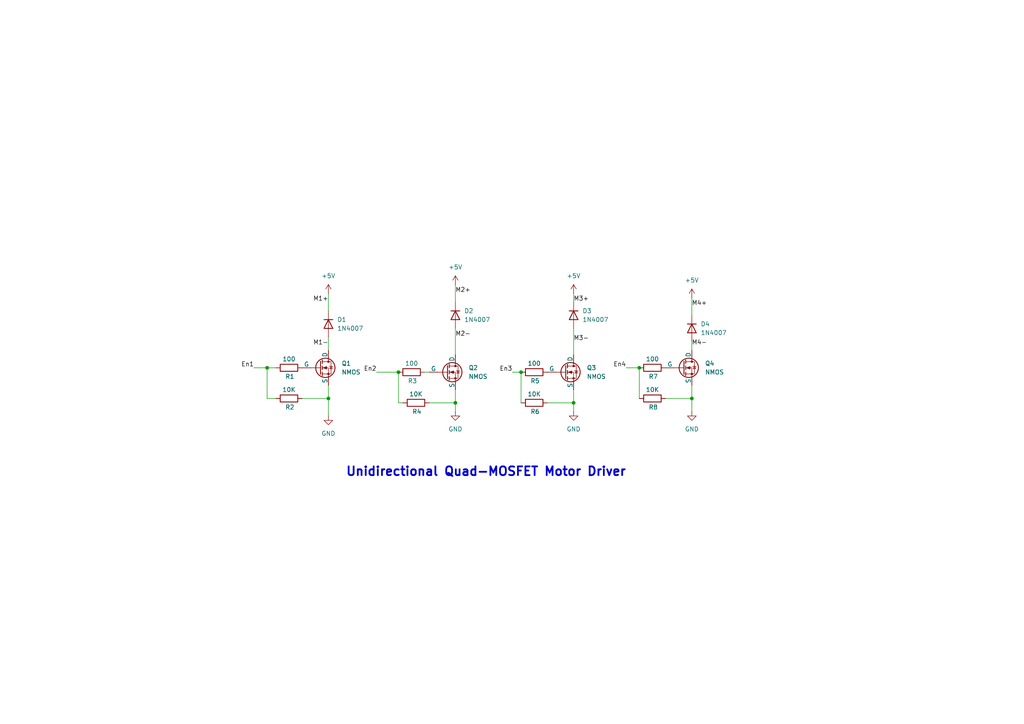
<source format=kicad_sch>
(kicad_sch (version 20250114) (generator "eeschema") (generator_version "9.0")
  (paper "A4")
  (lib_symbols
    (symbol "Device:R" (pin_numbers (hide yes)) (pin_names (offset 0))
      (property "Reference" "R" (at 2.032 0 90))
      (property "Value" "R" (at 0 0 90))
      (symbol "R_0_1"
        (rectangle (start -1.016 -2.54) (end 1.016 2.54) (stroke (width 0.254)))
      )
      (symbol "R_1_1"
        (pin passive line (at 0 3.81 270) (length 1.27) (name "~") (number "1"))
        (pin passive line (at 0 -3.81 90) (length 1.27) (name "~") (number "2"))
      )
    )
    (symbol "Diode:1N4007" (pin_numbers (hide yes)) (pin_names (hide yes))
      (property "Reference" "D" (at 0 2.54 0))
      (property "Value" "1N4007" (at 0 -2.54 0))
      (symbol "1N4007_0_1"
        (polyline (pts (xy -1.27 1.27) (xy -1.27 -1.27)) (stroke (width 0.254)))
        (polyline (pts (xy 1.27 1.27) (xy 1.27 -1.27) (xy -1.27 0) (xy 1.27 1.27)) (stroke (width 0.254)))
        (polyline (pts (xy 1.27 0) (xy -1.27 0)))
      )
      (symbol "1N4007_1_1"
        (pin passive line (at -3.81 0 0) (length 2.54) (name "K") (number "1"))
        (pin passive line (at 3.81 0 180) (length 2.54) (name "A") (number "2"))
      )
    )
    (symbol "Simulation_SPICE:NMOS" (pin_numbers (hide yes)) (pin_names (offset 0))
      (property "Reference" "Q" (at 5.08 1.27 0))
      (property "Value" "NMOS" (at 5.08 -1.27 0))
      (symbol "NMOS_0_1"
        (polyline (pts (xy 0.254 1.905) (xy 0.254 -1.905)) (stroke (width 0.254)))
        (polyline (pts (xy 0.254 0) (xy -2.54 0)))
        (polyline (pts (xy 0.762 2.286) (xy 0.762 1.27)) (stroke (width 0.254)))
        (polyline (pts (xy 0.762 0.508) (xy 0.762 -0.508)) (stroke (width 0.254)))
        (polyline (pts (xy 0.762 -1.27) (xy 0.762 -2.286)) (stroke (width 0.254)))
        (polyline (pts (xy 0.762 -1.778) (xy 3.302 -1.778) (xy 3.302 1.778) (xy 0.762 1.778)))
        (polyline (pts (xy 1.016 0) (xy 2.032 0.381) (xy 2.032 -0.381) (xy 1.016 0)) (fill (type outline)))
        (circle (center 1.651 0) (radius 2.794) (stroke (width 0.254)))
        (polyline (pts (xy 2.54 2.54) (xy 2.54 1.778)))
        (circle (center 2.54 1.778) (radius 0.254) (fill (type outline)))
        (circle (center 2.54 -1.778) (radius 0.254) (fill (type outline)))
        (polyline (pts (xy 2.54 -2.54) (xy 2.54 0) (xy 0.762 0)))
        (polyline (pts (xy 2.794 0.508) (xy 2.921 0.381) (xy 3.683 0.381) (xy 3.81 0.254)))
        (polyline (pts (xy 3.302 0.381) (xy 2.921 -0.254) (xy 3.683 -0.254) (xy 3.302 0.381)))
      )
      (symbol "NMOS_1_1"
        (pin input line (at -5.08 0 0) (length 2.54) (name "G") (number "2"))
        (pin passive line (at 2.54 5.08 270) (length 2.54) (name "D") (number "1"))
        (pin passive line (at 2.54 -5.08 90) (length 2.54) (name "S") (number "3"))
      )
    )
    (symbol "power:+5V" (power) (pin_numbers (hide yes)) (pin_names (offset 0) (hide yes))
      (property "Value" "+5V" (at 0 3.556 0))
      (symbol "+5V_0_1"
        (polyline (pts (xy -0.762 1.27) (xy 0 2.54)))
        (polyline (pts (xy 0 2.54) (xy 0.762 1.27)))
        (polyline (pts (xy 0 0) (xy 0 2.54)))
      )
      (symbol "+5V_1_1"
        (pin power_in line (at 0 0 90) (length 0) (name "~") (number "1"))
      )
    )
    (symbol "power:GND" (power) (pin_numbers (hide yes)) (pin_names (offset 0) (hide yes))
      (property "Value" "GND" (at 0 -3.81 0))
      (symbol "GND_0_1"
        (polyline (pts (xy 0 0) (xy 0 -1.27) (xy 1.27 -1.27) (xy 0 -2.54) (xy -1.27 -1.27) (xy 0 -1.27)))
      )
      (symbol "GND_1_1"
        (pin power_in line (at 0 0 270) (length 0) (name "~") (number "1"))
      )
    )
  )
  (text "Unidirectional Quad-MOSFET Motor Driver" (at 140.97 136.906 0) (effects (font (size 2.54 2.54) (thickness 0.508) (bold yes))))
  (junction (at 95.25 115.57))
  (junction (at 115.57 107.95))
  (junction (at 132.08 116.84))
  (junction (at 77.47 106.68))
  (junction (at 166.37 116.84))
  (junction (at 151.13 107.95))
  (junction (at 185.42 106.68))
  (junction (at 200.66 115.57))
  (wire (pts (xy 87.63 115.57) (xy 95.25 115.57)))
  (wire (pts (xy 185.42 106.68) (xy 185.42 115.57)))
  (wire (pts (xy 95.25 115.57) (xy 95.25 111.76)))
  (wire (pts (xy 132.08 95.25) (xy 132.08 102.87)))
  (wire (pts (xy 200.66 99.06) (xy 200.66 101.6)))
  (wire (pts (xy 115.57 107.95) (xy 115.57 116.84)))
  (wire (pts (xy 151.13 107.95) (xy 151.13 116.84)))
  (wire (pts (xy 166.37 116.84) (xy 166.37 113.03)))
  (wire (pts (xy 109.22 107.95) (xy 115.57 107.95)))
  (wire (pts (xy 166.37 95.25) (xy 166.37 102.87)))
  (wire (pts (xy 166.37 85.09) (xy 166.37 87.63)))
  (wire (pts (xy 123.19 107.95) (xy 124.46 107.95)))
  (wire (pts (xy 95.25 97.79) (xy 95.25 101.6)))
  (wire (pts (xy 95.25 85.09) (xy 95.25 90.17)))
  (wire (pts (xy 132.08 116.84) (xy 132.08 113.03)))
  (wire (pts (xy 73.66 106.68) (xy 77.47 106.68)))
  (wire (pts (xy 200.66 115.57) (xy 200.66 111.76)))
  (wire (pts (xy 132.08 82.55) (xy 132.08 87.63)))
  (wire (pts (xy 200.66 86.36) (xy 200.66 91.44)))
  (wire (pts (xy 158.75 116.84) (xy 166.37 116.84)))
  (wire (pts (xy 193.04 115.57) (xy 200.66 115.57)))
  (wire (pts (xy 148.59 107.95) (xy 151.13 107.95)))
  (wire (pts (xy 200.66 119.38) (xy 200.66 115.57)))
  (wire (pts (xy 115.57 116.84) (xy 116.84 116.84)))
  (wire (pts (xy 124.46 116.84) (xy 132.08 116.84)))
  (wire (pts (xy 166.37 119.38) (xy 166.37 116.84)))
  (wire (pts (xy 95.25 120.65) (xy 95.25 115.57)))
  (wire (pts (xy 77.47 115.57) (xy 80.01 115.57)))
  (wire (pts (xy 77.47 106.68) (xy 77.47 115.57)))
  (wire (pts (xy 181.61 106.68) (xy 185.42 106.68)))
  (wire (pts (xy 77.47 106.68) (xy 80.01 106.68)))
  (wire (pts (xy 132.08 119.38) (xy 132.08 116.84)))
  (label "En3" (at 148.59 107.95 180))
  (label "En2" (at 109.22 107.95 180))
  (label "En1" (at 73.66 106.68 180))
  (label "M2-" (at 132.08 97.79 0))
  (label "M4-" (at 200.66 100.33 0))
  (label "M1-" (at 95.25 100.33 180))
  (label "M1+" (at 95.25 87.63 180))
  (label "M2+" (at 132.08 85.09 0))
  (label "M4+" (at 200.66 88.9 0))
  (label "M3-" (at 166.37 99.06 0))
  (label "En4" (at 181.61 106.68 180))
  (label "M3+" (at 166.37 87.63 0))
  (symbol (lib_id "Diode:1N4007") (at 166.37 91.44 270) (unit 1)
    (property "Reference" "D3" (at 168.91 90.1699 90) (effects (justify left)))
    (property "Value" "1N4007" (at 168.91 92.7099 90) (effects (justify left)))
    (property "Footprint" "Diode_SMD:D_SOD-123" (effects (hide yes)))
    (property "Datasheet" "http://www.vishay.com/docs/88503/1n4001.pdf" (effects (hide yes)))
    (property "Description" "1000V 1A General Purpose Rectifier Diode, DO-41" (effects (hide yes)))
    (property "Sim.Device" "D" (effects (hide yes)))
    (property "Sim.Pins" "1=K 2=A" (effects (hide yes)))
  )
  (symbol (lib_id "Simulation_SPICE:NMOS") (at 92.71 106.68 0) (unit 1)
    (property "Reference" "Q1" (at 99.06 105.4099 0) (effects (justify left)))
    (property "Value" "NMOS" (at 99.06 107.9499 0) (effects (justify left)))
    (property "Footprint" "Package_TO_SOT_SMD:SOT-23" (effects (hide yes)))
    (property "Datasheet" "https://ngspice.sourceforge.io/docs/ngspice-html-manual/manual.xhtml#cha_MOSFETs" (effects (hide yes)))
    (property "Description" "N-MOSFET transistor, drain/source/gate" (effects (hide yes)))
    (property "Sim.Device" "NMOS" (effects (hide yes)))
    (property "Sim.Type" "VDMOS" (effects (hide yes)))
    (property "Sim.Pins" "1=D 2=G 3=S" (effects (hide yes)))
  )
  (symbol (lib_id "Device:R") (at 154.94 116.84 90) (unit 1)
    (property "Reference" "R6" (at 155.194 119.38 90))
    (property "Value" "10K" (at 154.94 114.3 90))
    (property "Footprint" "Resistor_SMD:R_0805_2012Metric" (effects (hide yes)))
    (property "Description" "Resistor" (effects (hide yes)))
  )
  (symbol (lib_id "Diode:1N4007") (at 200.66 95.25 270) (unit 1)
    (property "Reference" "D4" (at 203.2 93.9799 90) (effects (justify left)))
    (property "Value" "1N4007" (at 203.2 96.5199 90) (effects (justify left)))
    (property "Footprint" "Diode_SMD:D_SOD-123" (effects (hide yes)))
    (property "Datasheet" "http://www.vishay.com/docs/88503/1n4001.pdf" (effects (hide yes)))
    (property "Description" "1000V 1A General Purpose Rectifier Diode, DO-41" (effects (hide yes)))
    (property "Sim.Device" "D" (effects (hide yes)))
    (property "Sim.Pins" "1=K 2=A" (effects (hide yes)))
  )
  (symbol (lib_id "power:GND") (at 95.25 120.65 0) (unit 1)
    (property "Reference" "#PWR02" (effects (hide yes)))
    (property "Value" "GND" (at 95.25 125.73 0))
    (property "Description" "Power symbol creates a global label with name \"GND\" , ground" (effects (hide yes)))
  )
  (symbol (lib_id "Device:R") (at 83.82 106.68 90) (unit 1)
    (property "Reference" "R1" (at 84.074 109.22 90))
    (property "Value" "100" (at 83.82 104.14 90))
    (property "Footprint" "Resistor_SMD:R_0805_2012Metric" (effects (hide yes)))
    (property "Description" "Resistor" (effects (hide yes)))
  )
  (symbol (lib_id "Device:R") (at 189.23 106.68 90) (unit 1)
    (property "Reference" "R7" (at 189.484 109.22 90))
    (property "Value" "100" (at 189.23 104.14 90))
    (property "Footprint" "Resistor_SMD:R_0805_2012Metric" (effects (hide yes)))
    (property "Description" "Resistor" (effects (hide yes)))
  )
  (symbol (lib_id "Device:R") (at 154.94 107.95 90) (unit 1)
    (property "Reference" "R5" (at 155.194 110.49 90))
    (property "Value" "100" (at 154.94 105.41 90))
    (property "Footprint" "Resistor_SMD:R_0805_2012Metric" (effects (hide yes)))
    (property "Description" "Resistor" (effects (hide yes)))
  )
  (symbol (lib_id "Diode:1N4007") (at 95.25 93.98 270) (unit 1)
    (property "Reference" "D1" (at 97.79 92.7099 90) (effects (justify left)))
    (property "Value" "1N4007" (at 97.79 95.2499 90) (effects (justify left)))
    (property "Footprint" "Diode_SMD:D_SOD-123" (effects (hide yes)))
    (property "Datasheet" "http://www.vishay.com/docs/88503/1n4001.pdf" (effects (hide yes)))
    (property "Description" "1000V 1A General Purpose Rectifier Diode, DO-41" (effects (hide yes)))
    (property "Sim.Device" "D" (effects (hide yes)))
    (property "Sim.Pins" "1=K 2=A" (effects (hide yes)))
  )
  (symbol (lib_id "Device:R") (at 120.65 116.84 90) (unit 1)
    (property "Reference" "R4" (at 120.904 119.38 90))
    (property "Value" "10K" (at 120.65 114.3 90))
    (property "Footprint" "Resistor_SMD:R_0805_2012Metric" (effects (hide yes)))
    (property "Description" "Resistor" (effects (hide yes)))
  )
  (symbol (lib_id "power:GND") (at 166.37 119.38 0) (unit 1)
    (property "Reference" "#PWR06" (effects (hide yes)))
    (property "Value" "GND" (at 166.37 124.46 0))
    (property "Description" "Power symbol creates a global label with name \"GND\" , ground" (effects (hide yes)))
  )
  (symbol (lib_id "power:+5V") (at 200.66 86.36 0) (unit 1)
    (property "Reference" "#PWR07" (effects (hide yes)))
    (property "Value" "+5V" (at 200.66 81.28 0))
    (property "Description" "Power symbol creates a global label with name \"+5V\"" (effects (hide yes)))
  )
  (symbol (lib_id "Device:R") (at 189.23 115.57 90) (unit 1)
    (property "Reference" "R8" (at 189.484 118.11 90))
    (property "Value" "10K" (at 189.23 113.03 90))
    (property "Footprint" "Resistor_SMD:R_0805_2012Metric" (effects (hide yes)))
    (property "Description" "Resistor" (effects (hide yes)))
  )
  (symbol (lib_id "Device:R") (at 119.38 107.95 90) (unit 1)
    (property "Reference" "R3" (at 119.634 110.49 90))
    (property "Value" "100" (at 119.38 105.41 90))
    (property "Footprint" "Resistor_SMD:R_0805_2012Metric" (effects (hide yes)))
    (property "Description" "Resistor" (effects (hide yes)))
  )
  (symbol (lib_id "power:GND") (at 132.08 119.38 0) (unit 1)
    (property "Reference" "#PWR04" (effects (hide yes)))
    (property "Value" "GND" (at 132.08 124.46 0))
    (property "Description" "Power symbol creates a global label with name \"GND\" , ground" (effects (hide yes)))
  )
  (symbol (lib_id "Simulation_SPICE:NMOS") (at 129.54 107.95 0) (unit 1)
    (property "Reference" "Q2" (at 135.89 106.6799 0) (effects (justify left)))
    (property "Value" "NMOS" (at 135.89 109.2199 0) (effects (justify left)))
    (property "Footprint" "Package_TO_SOT_SMD:SOT-23" (effects (hide yes)))
    (property "Datasheet" "https://ngspice.sourceforge.io/docs/ngspice-html-manual/manual.xhtml#cha_MOSFETs" (effects (hide yes)))
    (property "Description" "N-MOSFET transistor, drain/source/gate" (effects (hide yes)))
    (property "Sim.Device" "NMOS" (effects (hide yes)))
    (property "Sim.Type" "VDMOS" (effects (hide yes)))
    (property "Sim.Pins" "1=D 2=G 3=S" (effects (hide yes)))
  )
  (symbol (lib_id "power:+5V") (at 95.25 85.09 0) (unit 1)
    (property "Reference" "#PWR01" (effects (hide yes)))
    (property "Value" "+5V" (at 95.25 80.01 0))
    (property "Description" "Power symbol creates a global label with name \"+5V\"" (effects (hide yes)))
  )
  (symbol (lib_id "Simulation_SPICE:NMOS") (at 198.12 106.68 0) (unit 1)
    (property "Reference" "Q4" (at 204.47 105.4099 0) (effects (justify left)))
    (property "Value" "NMOS" (at 204.47 107.9499 0) (effects (justify left)))
    (property "Footprint" "Package_TO_SOT_SMD:SOT-23" (effects (hide yes)))
    (property "Datasheet" "https://ngspice.sourceforge.io/docs/ngspice-html-manual/manual.xhtml#cha_MOSFETs" (effects (hide yes)))
    (property "Description" "N-MOSFET transistor, drain/source/gate" (effects (hide yes)))
    (property "Sim.Device" "NMOS" (effects (hide yes)))
    (property "Sim.Type" "VDMOS" (effects (hide yes)))
    (property "Sim.Pins" "1=D 2=G 3=S" (effects (hide yes)))
  )
  (symbol (lib_id "power:+5V") (at 166.37 85.09 0) (unit 1)
    (property "Reference" "#PWR05" (effects (hide yes)))
    (property "Value" "+5V" (at 166.37 80.01 0))
    (property "Description" "Power symbol creates a global label with name \"+5V\"" (effects (hide yes)))
  )
  (symbol (lib_id "Diode:1N4007") (at 132.08 91.44 270) (unit 1)
    (property "Reference" "D2" (at 134.62 90.1699 90) (effects (justify left)))
    (property "Value" "1N4007" (at 134.62 92.7099 90) (effects (justify left)))
    (property "Footprint" "Diode_SMD:D_SOD-123" (effects (hide yes)))
    (property "Datasheet" "http://www.vishay.com/docs/88503/1n4001.pdf" (effects (hide yes)))
    (property "Description" "1000V 1A General Purpose Rectifier Diode, DO-41" (effects (hide yes)))
    (property "Sim.Device" "D" (effects (hide yes)))
    (property "Sim.Pins" "1=K 2=A" (effects (hide yes)))
  )
  (symbol (lib_id "Device:R") (at 83.82 115.57 90) (unit 1)
    (property "Reference" "R2" (at 84.074 118.11 90))
    (property "Value" "10K" (at 83.82 113.03 90))
    (property "Footprint" "Resistor_SMD:R_0805_2012Metric" (effects (hide yes)))
    (property "Description" "Resistor" (effects (hide yes)))
  )
  (symbol (lib_id "Simulation_SPICE:NMOS") (at 163.83 107.95 0) (unit 1)
    (property "Reference" "Q3" (at 170.18 106.6799 0) (effects (justify left)))
    (property "Value" "NMOS" (at 170.18 109.2199 0) (effects (justify left)))
    (property "Footprint" "Package_TO_SOT_SMD:SOT-23" (effects (hide yes)))
    (property "Datasheet" "https://ngspice.sourceforge.io/docs/ngspice-html-manual/manual.xhtml#cha_MOSFETs" (effects (hide yes)))
    (property "Description" "N-MOSFET transistor, drain/source/gate" (effects (hide yes)))
    (property "Sim.Device" "NMOS" (effects (hide yes)))
    (property "Sim.Type" "VDMOS" (effects (hide yes)))
    (property "Sim.Pins" "1=D 2=G 3=S" (effects (hide yes)))
  )
  (symbol (lib_id "power:GND") (at 200.66 119.38 0) (unit 1)
    (property "Reference" "#PWR08" (effects (hide yes)))
    (property "Value" "GND" (at 200.66 124.46 0))
    (property "Description" "Power symbol creates a global label with name \"GND\" , ground" (effects (hide yes)))
  )
  (symbol (lib_id "power:+5V") (at 132.08 82.55 0) (unit 1)
    (property "Reference" "#PWR03" (effects (hide yes)))
    (property "Value" "+5V" (at 132.08 77.47 0))
    (property "Description" "Power symbol creates a global label with name \"+5V\"" (effects (hide yes)))
  )
)
</source>
